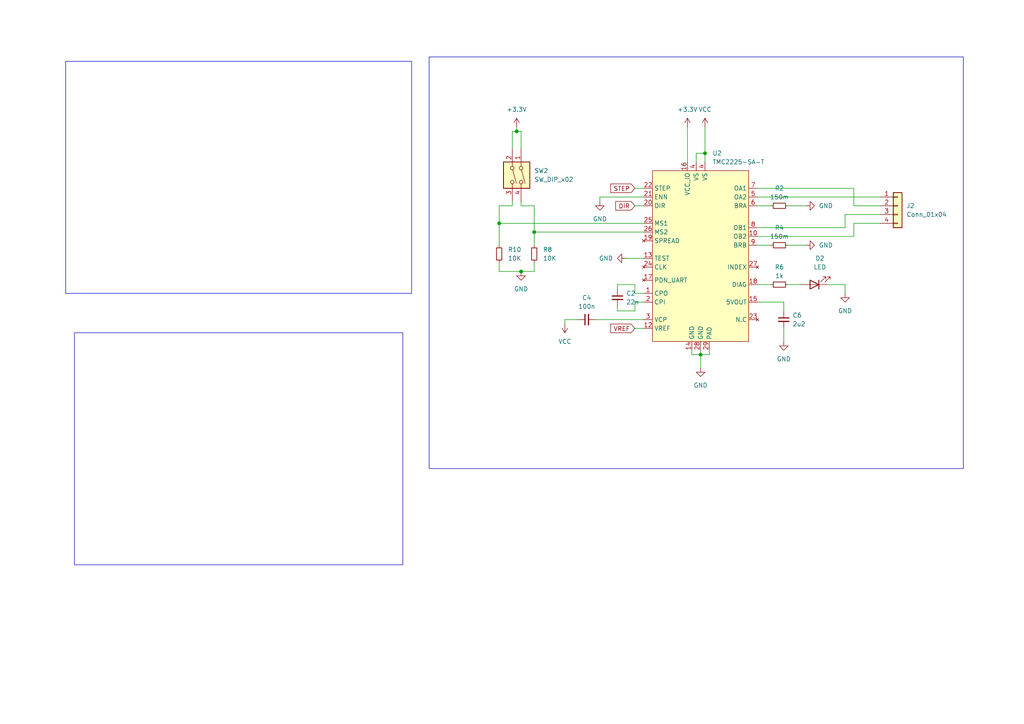
<source format=kicad_sch>
(kicad_sch (version 20250114) (generator "eeschema") (generator_version "9.0")
  (paper "A4")
  (title_block (title "Flynn") (date "21/01/2026"))
  (lib_symbols
    (symbol "Connector_Generic:Conn_01x04" (pin_names (offset 1.016) (hide yes))
      (property "Reference" "J" (at 0 5.08 0))
      (property "Value" "Conn_01x04" (at 0 -7.62 0))
      (symbol "Conn_01x04_1_1"
        (rectangle (start -1.27 3.81) (end 1.27 -6.35) (stroke (width 0.254)) (fill (type background)))
        (rectangle (start -1.27 2.667) (end 0 2.413) (stroke (width 0.1524)))
        (rectangle (start -1.27 0.127) (end 0 -0.127) (stroke (width 0.1524)))
        (rectangle (start -1.27 -2.413) (end 0 -2.667) (stroke (width 0.1524)))
        (rectangle (start -1.27 -4.953) (end 0 -5.207) (stroke (width 0.1524)))
        (pin passive line (at -5.08 2.54 0) (length 3.81) (name "Pin_1") (number "1"))
        (pin passive line (at -5.08 0 0) (length 3.81) (name "Pin_2") (number "2"))
        (pin passive line (at -5.08 -2.54 0) (length 3.81) (name "Pin_3") (number "3"))
        (pin passive line (at -5.08 -5.08 0) (length 3.81) (name "Pin_4") (number "4"))
      )
    )
    (symbol "Device:C_Small" (pin_numbers (hide yes)) (pin_names (offset 0.254) (hide yes))
      (property "Reference" "C" (at 0.254 1.778 0))
      (property "Value" "C_Small" (at 0.254 -2.032 0))
      (symbol "C_Small_0_1"
        (polyline (pts (xy -1.524 0.508) (xy 1.524 0.508)) (stroke (width 0.3048)))
        (polyline (pts (xy -1.524 -0.508) (xy 1.524 -0.508)) (stroke (width 0.3302)))
      )
      (symbol "C_Small_1_1"
        (pin passive line (at 0 2.54 270) (length 2.032) (name "~") (number "1"))
        (pin passive line (at 0 -2.54 90) (length 2.032) (name "~") (number "2"))
      )
    )
    (symbol "Device:LED" (pin_numbers (hide yes)) (pin_names (offset 1.016) (hide yes))
      (property "Reference" "D" (at 0 2.54 0))
      (property "Value" "LED" (at 0 -2.54 0))
      (symbol "LED_0_1"
        (polyline (pts (xy -3.048 -0.762) (xy -4.572 -2.286) (xy -3.81 -2.286) (xy -4.572 -2.286) (xy -4.572 -1.524)))
        (polyline (pts (xy -1.778 -0.762) (xy -3.302 -2.286) (xy -2.54 -2.286) (xy -3.302 -2.286) (xy -3.302 -1.524)))
        (polyline (pts (xy -1.27 0) (xy 1.27 0)))
        (polyline (pts (xy -1.27 -1.27) (xy -1.27 1.27)) (stroke (width 0.254)))
        (polyline (pts (xy 1.27 -1.27) (xy 1.27 1.27) (xy -1.27 0) (xy 1.27 -1.27)) (stroke (width 0.254)))
      )
      (symbol "LED_1_1"
        (pin passive line (at -3.81 0 0) (length 2.54) (name "K") (number "1"))
        (pin passive line (at 3.81 0 180) (length 2.54) (name "A") (number "2"))
      )
    )
    (symbol "Device:R_Small" (pin_numbers (hide yes)) (pin_names (offset 0.254) (hide yes))
      (property "Reference" "R" (at 0.762 0.508 0))
      (property "Value" "R_Small" (at 0.762 -1.016 0))
      (symbol "R_Small_0_1"
        (rectangle (start -0.762 1.778) (end 0.762 -1.778) (stroke (width 0.2032)))
      )
      (symbol "R_Small_1_1"
        (pin passive line (at 0 2.54 270) (length 0.762) (name "~") (number "1"))
        (pin passive line (at 0 -2.54 90) (length 0.762) (name "~") (number "2"))
      )
    )
    (symbol "Switch:SW_DIP_x02" (pin_names (offset 0) (hide yes))
      (property "Reference" "SW" (at 0 6.35 0))
      (property "Value" "SW_DIP_x02" (at 0 -3.81 0))
      (symbol "SW_DIP_x02_0_0"
        (circle (center -2.032 2.54) (radius 0.508))
        (circle (center -2.032 0) (radius 0.508))
        (polyline (pts (xy -1.524 2.667) (xy 2.3622 3.7084)))
        (polyline (pts (xy -1.524 0.127) (xy 2.3622 1.1684)))
        (circle (center 2.032 2.54) (radius 0.508))
        (circle (center 2.032 0) (radius 0.508))
      )
      (symbol "SW_DIP_x02_0_1"
        (rectangle (start -3.81 5.08) (end 3.81 -2.54) (stroke (width 0.254)) (fill (type background)))
      )
      (symbol "SW_DIP_x02_1_1"
        (pin passive line (at -7.62 2.54 0) (length 5.08) (name "~") (number "1"))
        (pin passive line (at -7.62 0 0) (length 5.08) (name "~") (number "2"))
        (pin passive line (at 7.62 2.54 180) (length 5.08) (name "~") (number "4"))
        (pin passive line (at 7.62 0 180) (length 5.08) (name "~") (number "3"))
      )
    )
    (symbol "my_lib:TMC2225"
      (property "Reference" "U" (at 13.462 45.212 0))
      (symbol "TMC2225_1_1"
        (rectangle (start -5.08 41.91) (end 22.86 -7.62) (fill (type color) (color 255 255 194 1)))
        (pin input line (at -7.62 36.83 0) (length 2.54) (name "STEP") (number "22"))
        (pin input line (at -7.62 34.29 0) (length 2.54) (name "ENN") (number "21"))
        (pin input line (at -7.62 31.75 0) (length 2.54) (name "DIR") (number "20"))
        (pin input line (at -7.62 26.67 0) (length 2.54) (name "MS1") (number "25"))
        (pin input line (at -7.62 24.13 0) (length 2.54) (name "MS2") (number "26"))
        (pin no_connect line (at -7.62 21.59 0) (length 2.54) (name "SPREAD") (number "19"))
        (pin input line (at -7.62 16.51 0) (length 2.54) (name "TEST") (number "13"))
        (pin no_connect line (at -7.62 13.97 0) (length 2.54) (name "CLK") (number "24"))
        (pin no_connect line (at -7.62 10.16 0) (length 2.54) (name "PDN_UART") (number "17"))
        (pin passive line (at -7.62 6.35 0) (length 2.54) (name "CPO") (number "1"))
        (pin passive line (at -7.62 3.81 0) (length 2.54) (name "CPI") (number "2"))
        (pin passive line (at -7.62 -1.27 0) (length 2.54) (name "VCP") (number "3"))
        (pin input line (at -7.62 -3.81 0) (length 2.54) (name "VREF") (number "12"))
        (pin input line (at 5.08 44.45 270) (length 2.54) (name "VCC_IO") (number "16"))
        (pin input line (at 6.35 -10.16 90) (length 2.54) (name "GND") (number "14"))
        (pin input line (at 7.62 44.45 270) (length 2.54) (name "VS") (number "4"))
        (pin input line (at 8.89 -10.16 90) (length 2.54) (name "GND") (number "28"))
        (pin input line (at 10.16 44.45 270) (length 2.54) (name "VS") (number "4"))
        (pin input line (at 11.43 -10.16 90) (length 2.54) (name "PAD") (number "29"))
        (pin output line (at 25.4 36.83 180) (length 2.54) (name "OA1") (number "7"))
        (pin output line (at 25.4 34.29 180) (length 2.54) (name "OA2") (number "5"))
        (pin output line (at 25.4 31.75 180) (length 2.54) (name "BRA") (number "6"))
        (pin output line (at 25.4 25.4 180) (length 2.54) (name "OB1") (number "8"))
        (pin output line (at 25.4 22.86 180) (length 2.54) (name "OB2") (number "10"))
        (pin output line (at 25.4 20.32 180) (length 2.54) (name "BRB") (number "9"))
        (pin no_connect line (at 25.4 13.97 180) (length 2.54) (name "INDEX") (number "27"))
        (pin output line (at 25.4 8.89 180) (length 2.54) (name "DIAG") (number "18"))
        (pin passive line (at 25.4 3.81 180) (length 2.54) (name "5VOUT") (number "15"))
        (pin no_connect line (at 25.4 -1.27 180) (length 2.54) (name "N.C") (number "23"))
      )
    )
    (symbol "power:+3.3V" (power) (pin_names (offset 0))
      (property "Value" "+3.3V" (at 0 3.556 0))
      (symbol "+3.3V_0_1"
        (polyline (pts (xy -0.762 1.27) (xy 0 2.54)))
        (polyline (pts (xy 0 2.54) (xy 0.762 1.27)))
        (polyline (pts (xy 0 0) (xy 0 2.54)))
      )
      (symbol "+3.3V_1_1"
        (pin power_in line (at 0 0 90) (length 0) (hide yes) (name "+3.3V") (number "1"))
      )
    )
    (symbol "power:GND" (power) (pin_names (offset 0))
      (property "Value" "GND" (at 0 -3.81 0))
      (symbol "GND_0_1"
        (polyline (pts (xy 0 0) (xy 0 -1.27) (xy 1.27 -1.27) (xy 0 -2.54) (xy -1.27 -1.27) (xy 0 -1.27)))
      )
      (symbol "GND_1_1"
        (pin power_in line (at 0 0 270) (length 0) (hide yes) (name "GND") (number "1"))
      )
    )
    (symbol "power:VCC" (power) (pin_names (offset 0))
      (property "Value" "VCC" (at 0 3.81 0))
      (symbol "VCC_0_1"
        (polyline (pts (xy -0.762 1.27) (xy 0 2.54)))
        (polyline (pts (xy 0 2.54) (xy 0.762 1.27)))
        (polyline (pts (xy 0 0) (xy 0 2.54)))
      )
      (symbol "VCC_1_1"
        (pin power_in line (at 0 0 90) (length 0) (hide yes) (name "VCC") (number "1"))
      )
    )
  )
  (rectangle (start 124.46 16.51) (end 279.4 135.89))
  (rectangle (start 21.59 96.52) (end 116.84 163.83))
  (rectangle (start 19.05 17.78) (end 119.38 85.09))
  (junction (at 203.2 102.87))
  (junction (at 151.13 78.74))
  (junction (at 144.78 64.77))
  (junction (at 154.94 67.31))
  (junction (at 204.47 44.45))
  (junction (at 149.86 38.1))
  (wire (pts (xy 186.69 57.15) (xy 173.99 57.15)))
  (wire (pts (xy 151.13 38.1) (xy 149.86 38.1)))
  (wire (pts (xy 172.72 92.71) (xy 186.69 92.71)))
  (wire (pts (xy 219.71 66.04) (xy 245.11 66.04)))
  (wire (pts (xy 219.71 57.15) (xy 255.27 57.15)))
  (wire (pts (xy 247.65 59.69) (xy 255.27 59.69)))
  (wire (pts (xy 201.93 46.99) (xy 201.93 44.45)))
  (wire (pts (xy 154.94 67.31) (xy 154.94 59.69)))
  (wire (pts (xy 148.59 38.1) (xy 149.86 38.1)))
  (wire (pts (xy 186.69 87.63) (xy 184.15 87.63)))
  (wire (pts (xy 204.47 36.83) (xy 204.47 44.45)))
  (wire (pts (xy 199.39 36.83) (xy 199.39 46.99)))
  (wire (pts (xy 205.74 101.6) (xy 205.74 102.87)))
  (wire (pts (xy 219.71 59.69) (xy 223.52 59.69)))
  (wire (pts (xy 228.6 71.12) (xy 233.68 71.12)))
  (wire (pts (xy 201.93 44.45) (xy 204.47 44.45)))
  (wire (pts (xy 186.69 85.09) (xy 184.15 85.09)))
  (wire (pts (xy 149.86 38.1) (xy 149.86 36.83)))
  (wire (pts (xy 144.78 64.77) (xy 144.78 59.69)))
  (wire (pts (xy 154.94 59.69) (xy 151.13 59.69)))
  (wire (pts (xy 228.6 59.69) (xy 233.68 59.69)))
  (wire (pts (xy 151.13 43.18) (xy 151.13 38.1)))
  (wire (pts (xy 144.78 59.69) (xy 148.59 59.69)))
  (wire (pts (xy 179.07 88.9) (xy 179.07 90.17)))
  (wire (pts (xy 204.47 44.45) (xy 204.47 46.99)))
  (wire (pts (xy 179.07 82.55) (xy 179.07 83.82)))
  (wire (pts (xy 228.6 82.55) (xy 232.41 82.55)))
  (wire (pts (xy 247.65 54.61) (xy 247.65 59.69)))
  (wire (pts (xy 184.15 85.09) (xy 184.15 82.55)))
  (wire (pts (xy 181.61 74.93) (xy 186.69 74.93)))
  (wire (pts (xy 184.15 90.17) (xy 179.07 90.17)))
  (wire (pts (xy 151.13 59.69) (xy 151.13 58.42)))
  (wire (pts (xy 144.78 76.2) (xy 144.78 78.74)))
  (wire (pts (xy 167.64 92.71) (xy 163.83 92.71)))
  (wire (pts (xy 154.94 78.74) (xy 154.94 76.2)))
  (wire (pts (xy 205.74 102.87) (xy 203.2 102.87)))
  (wire (pts (xy 200.66 101.6) (xy 200.66 102.87)))
  (wire (pts (xy 184.15 59.69) (xy 186.69 59.69)))
  (wire (pts (xy 173.99 57.15) (xy 173.99 58.42)))
  (wire (pts (xy 245.11 66.04) (xy 245.11 62.23)))
  (wire (pts (xy 184.15 95.25) (xy 186.69 95.25)))
  (wire (pts (xy 144.78 78.74) (xy 151.13 78.74)))
  (wire (pts (xy 144.78 71.12) (xy 144.78 64.77)))
  (wire (pts (xy 227.33 95.25) (xy 227.33 99.06)))
  (wire (pts (xy 245.11 62.23) (xy 255.27 62.23)))
  (wire (pts (xy 184.15 82.55) (xy 179.07 82.55)))
  (wire (pts (xy 151.13 78.74) (xy 154.94 78.74)))
  (wire (pts (xy 148.59 43.18) (xy 148.59 38.1)))
  (wire (pts (xy 245.11 82.55) (xy 245.11 85.09)))
  (wire (pts (xy 219.71 82.55) (xy 223.52 82.55)))
  (wire (pts (xy 247.65 68.58) (xy 247.65 64.77)))
  (wire (pts (xy 184.15 54.61) (xy 186.69 54.61)))
  (wire (pts (xy 184.15 87.63) (xy 184.15 90.17)))
  (wire (pts (xy 240.03 82.55) (xy 245.11 82.55)))
  (wire (pts (xy 154.94 67.31) (xy 186.69 67.31)))
  (wire (pts (xy 203.2 102.87) (xy 203.2 106.68)))
  (wire (pts (xy 227.33 87.63) (xy 227.33 90.17)))
  (wire (pts (xy 163.83 92.71) (xy 163.83 93.98)))
  (wire (pts (xy 219.71 87.63) (xy 227.33 87.63)))
  (wire (pts (xy 200.66 102.87) (xy 203.2 102.87)))
  (wire (pts (xy 154.94 71.12) (xy 154.94 67.31)))
  (wire (pts (xy 203.2 102.87) (xy 203.2 101.6)))
  (wire (pts (xy 148.59 59.69) (xy 148.59 58.42)))
  (wire (pts (xy 144.78 64.77) (xy 186.69 64.77)))
  (wire (pts (xy 219.71 54.61) (xy 247.65 54.61)))
  (wire (pts (xy 247.65 64.77) (xy 255.27 64.77)))
  (wire (pts (xy 219.71 68.58) (xy 247.65 68.58)))
  (wire (pts (xy 219.71 71.12) (xy 223.52 71.12)))
  (global_label "DIR" (shape input) (at 184.15 59.69 180) (property "Intersheetrefs" "${INTERSHEET_REFS}" (effects (hide yes))))
  (global_label "VREF" (shape input) (at 184.15 95.25 180) (property "Intersheetrefs" "${INTERSHEET_REFS}" (effects (hide yes))))
  (global_label "STEP" (shape input) (at 184.15 54.61 180) (property "Intersheetrefs" "${INTERSHEET_REFS}" (effects (hide yes))))
  (symbol (lib_id "my_lib:TMC2225") (at 194.31 91.44 0) (unit 1)
    (property "Reference" "U1" (at 206.6133 44.45 0) (effects (justify left)))
    (property "Value" "TMC2225-SA-T" (at 206.6133 46.99 0) (effects (justify left)))
    (instances (project "flynn_mainboard" (path "" (reference "U2") (unit 1)) (path "" (reference "U1") (unit 1))))
  )
  (symbol (lib_id "power:GND") (at 233.68 71.12 90) (unit 1)
    (property "Reference" "#PWR013" (effects (hide yes)))
    (property "Value" "GND" (at 237.49 71.1199 90) (effects (justify right)))
    (property "Description" "Power symbol creates a global label with name \"GND\" , ground" (effects (hide yes)))
    (instances (project "" (path "" (reference "#PWR014") (unit 1)) (path "" (reference "#PWR013") (unit 1))))
  )
  (symbol (lib_id "power:VCC") (at 204.47 36.83 0) (unit 1)
    (property "Reference" "#PWR07" (effects (hide yes)))
    (property "Value" "VCC" (at 204.47 31.75 0))
    (property "Description" "Power symbol creates a global label with name \"VCC\"" (effects (hide yes)))
    (instances (project "" (path "" (reference "#PWR08") (unit 1)) (path "" (reference "#PWR07") (unit 1))))
  )
  (symbol (lib_id "Connector_Generic:Conn_01x04") (at 260.35 59.69 0) (unit 1)
    (property "Reference" "J1" (at 262.89 59.6899 0) (effects (justify left)))
    (property "Value" "Conn_01x04" (at 262.89 62.2299 0) (effects (justify left)))
    (property "Description" "Generic connector, single row, 01x04, script generated (kicad-library-utils/schlib/autogen/connector/)" (effects (hide yes)))
    (instances (project "" (path "" (reference "J2") (unit 1)) (path "" (reference "J1") (unit 1))))
  )
  (symbol (lib_id "Device:C_Small") (at 227.33 92.71 0) (unit 1)
    (property "Reference" "C5" (at 229.87 91.4462 0) (effects (justify left)))
    (property "Value" "2u2" (at 229.87 93.9862 0) (effects (justify left)))
    (property "Description" "Unpolarized capacitor, small symbol" (effects (hide yes)))
    (instances (project "" (path "" (reference "C6") (unit 1)) (path "" (reference "C5") (unit 1))))
  )
  (symbol (lib_id "power:GND") (at 233.68 59.69 90) (unit 1)
    (property "Reference" "#PWR011" (effects (hide yes)))
    (property "Value" "GND" (at 237.49 59.6899 90) (effects (justify right)))
    (property "Description" "Power symbol creates a global label with name \"GND\" , ground" (effects (hide yes)))
    (instances (project "" (path "" (reference "#PWR012") (unit 1)) (path "" (reference "#PWR011") (unit 1))))
  )
  (symbol (lib_id "power:GND") (at 173.99 58.42 0) (unit 1)
    (property "Reference" "#PWR01" (effects (hide yes)))
    (property "Value" "GND" (at 173.99 63.5 0))
    (property "Description" "Power symbol creates a global label with name \"GND\" , ground" (effects (hide yes)))
    (instances (project "" (path "" (reference "#PWR02") (unit 1)) (path "" (reference "#PWR01") (unit 1))))
  )
  (symbol (lib_id "power:+3.3V") (at 149.86 36.83 0) (unit 1)
    (property "Reference" "#PWR023" (effects (hide yes)))
    (property "Value" "+3.3V" (at 149.86 31.75 0))
    (property "Description" "Power symbol creates a global label with name \"+3.3V\"" (effects (hide yes)))
    (instances (project "" (path "" (reference "#PWR024") (unit 1)) (path "" (reference "#PWR023") (unit 1))))
  )
  (symbol (lib_id "power:GND") (at 245.11 85.09 0) (unit 1)
    (property "Reference" "#PWR015" (effects (hide yes)))
    (property "Value" "GND" (at 245.11 90.17 0))
    (property "Description" "Power symbol creates a global label with name \"GND\" , ground" (effects (hide yes)))
    (instances (project "" (path "" (reference "#PWR016") (unit 1)) (path "" (reference "#PWR015") (unit 1))))
  )
  (symbol (lib_id "power:GND") (at 203.2 106.68 0) (unit 1)
    (property "Reference" "#PWR019" (effects (hide yes)))
    (property "Value" "GND" (at 203.2 111.76 0))
    (property "Description" "Power symbol creates a global label with name \"GND\" , ground" (effects (hide yes)))
    (instances (project "" (path "" (reference "#PWR020") (unit 1)) (path "" (reference "#PWR019") (unit 1))))
  )
  (symbol (lib_id "Device:C_Small") (at 170.18 92.71 90) (unit 1)
    (property "Reference" "C3" (at 170.1863 86.36 90))
    (property "Value" "100n" (at 170.1863 88.9 90))
    (property "Description" "Unpolarized capacitor, small symbol" (effects (hide yes)))
    (instances (project "" (path "" (reference "C4") (unit 1)) (path "" (reference "C3") (unit 1))))
  )
  (symbol (lib_id "Device:C_Small") (at 179.07 86.36 0) (unit 1)
    (property "Reference" "C1" (at 181.61 85.0962 0) (effects (justify left)))
    (property "Value" "22n" (at 181.61 87.6362 0) (effects (justify left)))
    (property "Description" "Unpolarized capacitor, small symbol" (effects (hide yes)))
    (instances (project "" (path "" (reference "C2") (unit 1)) (path "" (reference "C1") (unit 1))))
  )
  (symbol (lib_id "Switch:SW_DIP_x02") (at 148.59 50.8 270) (unit 1)
    (property "Reference" "SW1" (at 154.94 49.5299 90) (effects (justify left)))
    (property "Value" "SW_DIP_x02" (at 154.94 52.0699 90) (effects (justify left)))
    (property "Description" "2x DIP Switch, Single Pole Single Throw (SPST) switch, small symbol" (effects (hide yes)))
    (instances (project "" (path "" (reference "SW2") (unit 1)) (path "" (reference "SW1") (unit 1))))
  )
  (symbol (lib_id "Device:R_Small") (at 226.06 71.12 90) (unit 1)
    (property "Reference" "R3" (at 226.06 66.04 90))
    (property "Value" "150m" (at 226.06 68.58 90))
    (property "Description" "Resistor, small symbol" (effects (hide yes)))
    (instances (project "" (path "" (reference "R4") (unit 1)) (path "" (reference "R3") (unit 1))))
  )
  (symbol (lib_id "power:GND") (at 181.61 74.93 270) (unit 1)
    (property "Reference" "#PWR03" (effects (hide yes)))
    (property "Value" "GND" (at 177.8 74.9299 90) (effects (justify right)))
    (property "Description" "Power symbol creates a global label with name \"GND\" , ground" (effects (hide yes)))
    (instances (project "" (path "" (reference "#PWR04") (unit 1)) (path "" (reference "#PWR03") (unit 1))))
  )
  (symbol (lib_id "Device:R_Small") (at 226.06 59.69 90) (unit 1)
    (property "Reference" "R1" (at 226.06 54.61 90))
    (property "Value" "150m" (at 226.06 57.15 90))
    (property "Description" "Resistor, small symbol" (effects (hide yes)))
    (instances (project "" (path "" (reference "R2") (unit 1)) (path "" (reference "R1") (unit 1))))
  )
  (symbol (lib_id "power:GND") (at 227.33 99.06 0) (unit 1)
    (property "Reference" "#PWR017" (effects (hide yes)))
    (property "Value" "GND" (at 227.33 104.14 0))
    (property "Description" "Power symbol creates a global label with name \"GND\" , ground" (effects (hide yes)))
    (instances (project "" (path "" (reference "#PWR018") (unit 1)) (path "" (reference "#PWR017") (unit 1))))
  )
  (symbol (lib_id "Device:LED") (at 236.22 82.55 180) (unit 1)
    (property "Reference" "D1" (at 237.8075 74.93 0))
    (property "Value" "LED" (at 237.8075 77.47 0))
    (property "Description" "Light emitting diode" (effects (hide yes)))
    (instances (project "" (path "" (reference "D2") (unit 1)) (path "" (reference "D1") (unit 1))))
  )
  (symbol (lib_id "power:+3.3V") (at 199.39 36.83 0) (unit 1)
    (property "Reference" "#PWR09" (effects (hide yes)))
    (property "Value" "+3.3V" (at 199.39 31.75 0))
    (property "Description" "Power symbol creates a global label with name \"+3.3V\"" (effects (hide yes)))
    (instances (project "" (path "" (reference "#PWR010") (unit 1)) (path "" (reference "#PWR09") (unit 1))))
  )
  (symbol (lib_id "Device:R_Small") (at 226.06 82.55 90) (unit 1)
    (property "Reference" "R5" (at 226.06 77.47 90))
    (property "Value" "1k" (at 226.06 80.01 90))
    (property "Description" "Resistor, small symbol" (effects (hide yes)))
    (instances (project "" (path "" (reference "R6") (unit 1)) (path "" (reference "R5") (unit 1))))
  )
  (symbol (lib_id "Device:R_Small") (at 154.94 73.66 0) (unit 1)
    (property "Reference" "R7" (at 157.48 72.3899 0) (effects (justify left)))
    (property "Value" "10K" (at 157.48 74.9299 0) (effects (justify left)))
    (property "Description" "Resistor, small symbol" (effects (hide yes)))
    (instances (project "" (path "" (reference "R8") (unit 1)) (path "" (reference "R7") (unit 1))))
  )
  (symbol (lib_id "power:GND") (at 151.13 78.74 0) (unit 1)
    (property "Reference" "#PWR021" (effects (hide yes)))
    (property "Value" "GND" (at 151.13 83.82 0))
    (property "Description" "Power symbol creates a global label with name \"GND\" , ground" (effects (hide yes)))
    (instances (project "" (path "" (reference "#PWR022") (unit 1)) (path "" (reference "#PWR021") (unit 1))))
  )
  (symbol (lib_id "power:VCC") (at 163.83 93.98 180) (unit 1)
    (property "Reference" "#PWR05" (effects (hide yes)))
    (property "Value" "VCC" (at 163.83 99.06 0))
    (property "Description" "Power symbol creates a global label with name \"VCC\"" (effects (hide yes)))
    (instances (project "" (path "" (reference "#PWR06") (unit 1)) (path "" (reference "#PWR05") (unit 1))))
  )
  (symbol (lib_id "Device:R_Small") (at 144.78 73.66 0) (unit 1)
    (property "Reference" "R9" (at 147.32 72.3899 0) (effects (justify left)))
    (property "Value" "10K" (at 147.32 74.9299 0) (effects (justify left)))
    (property "Description" "Resistor, small symbol" (effects (hide yes)))
    (instances (project "" (path "" (reference "R10") (unit 1)) (path "" (reference "R9") (unit 1))))
  )
)
</source>
